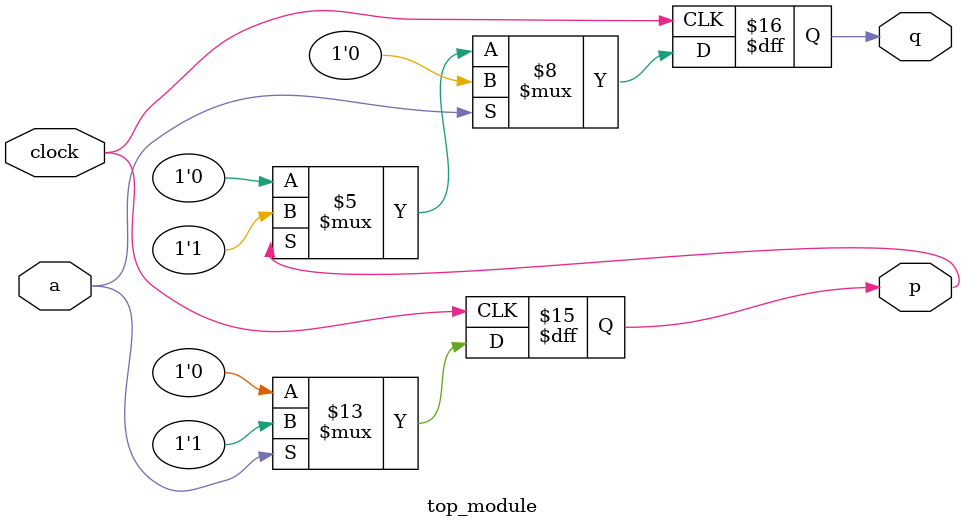
<source format=sv>
module top_module (
	input clock,
	input a, 
	output reg p,
	output reg q
);
	always @(posedge clock) begin
		if (a == 1'b1) begin
			p <= 1'b1;
			q <= 1'b0;
		end else if (p == 1'b1) begin
			p <= 1'b0;
			q <= 1'b1;
		end else begin
			p <= 1'b0;
			q <= 1'b0;
		end
	end
endmodule

</source>
